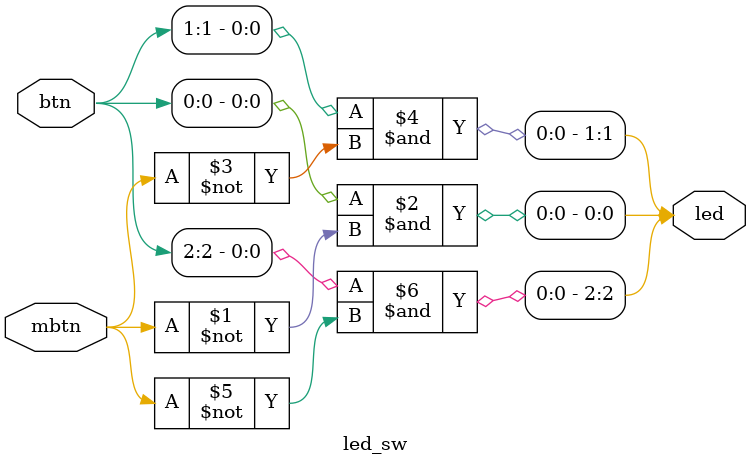
<source format=v>
`timescale 1ns / 1ps


module led_sw(
    input [2:0] btn,
    input mbtn,
    output [2:0] led
    );
    
    assign led[0] = btn[0] & ~mbtn;
    assign led[1] = btn[1] & ~mbtn;
    assign led[2] = btn[2] & ~mbtn; 
    
endmodule

</source>
